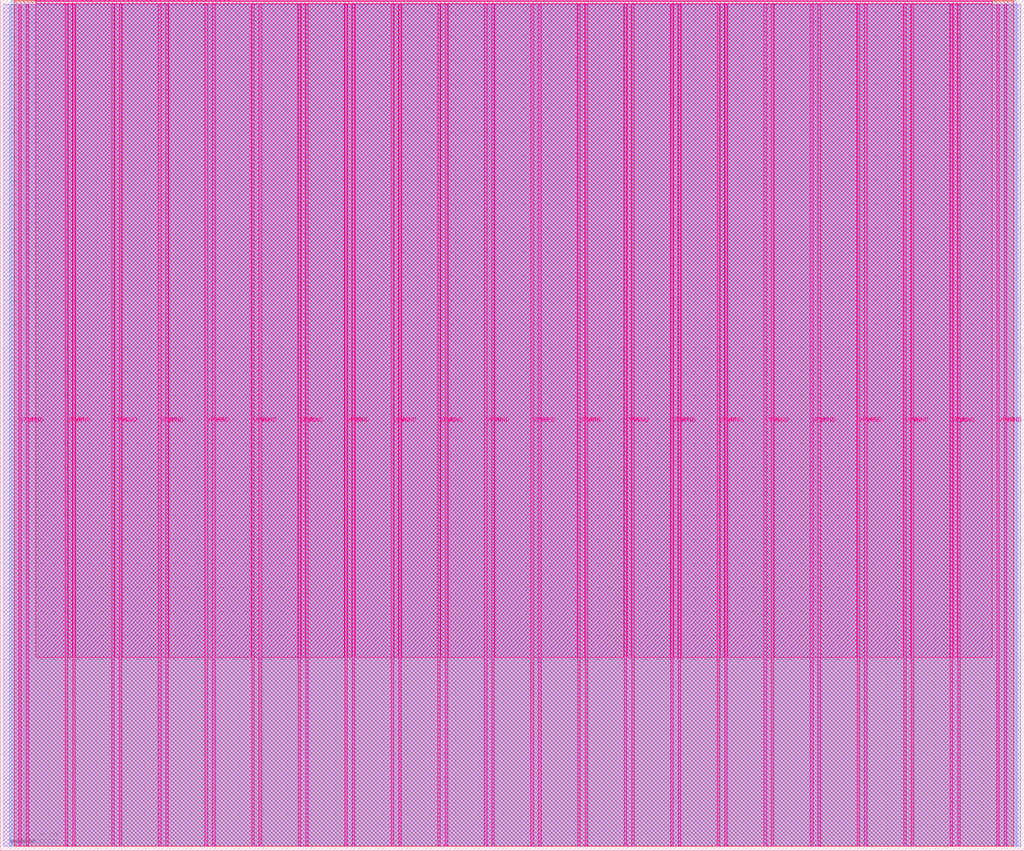
<source format=lef>
VERSION 5.7 ;
  NOWIREEXTENSIONATPIN ON ;
  DIVIDERCHAR "/" ;
  BUSBITCHARS "[]" ;
MACRO tt_um_rejunity_lgn_mnist
  CLASS BLOCK ;
  FOREIGN tt_um_rejunity_lgn_mnist ;
  ORIGIN 0.000 0.000 ;
  SIZE 854.400 BY 710.640 ;
  PIN VGND
    DIRECTION INOUT ;
    USE GROUND ;
    PORT
      LAYER Metal5 ;
        RECT 21.580 3.560 23.780 707.080 ;
    END
    PORT
      LAYER Metal5 ;
        RECT 60.450 3.560 62.650 707.080 ;
    END
    PORT
      LAYER Metal5 ;
        RECT 99.320 3.560 101.520 707.080 ;
    END
    PORT
      LAYER Metal5 ;
        RECT 138.190 3.560 140.390 707.080 ;
    END
    PORT
      LAYER Metal5 ;
        RECT 177.060 3.560 179.260 707.080 ;
    END
    PORT
      LAYER Metal5 ;
        RECT 215.930 3.560 218.130 707.080 ;
    END
    PORT
      LAYER Metal5 ;
        RECT 254.800 3.560 257.000 707.080 ;
    END
    PORT
      LAYER Metal5 ;
        RECT 293.670 3.560 295.870 707.080 ;
    END
    PORT
      LAYER Metal5 ;
        RECT 332.540 3.560 334.740 707.080 ;
    END
    PORT
      LAYER Metal5 ;
        RECT 371.410 3.560 373.610 707.080 ;
    END
    PORT
      LAYER Metal5 ;
        RECT 410.280 3.560 412.480 707.080 ;
    END
    PORT
      LAYER Metal5 ;
        RECT 449.150 3.560 451.350 707.080 ;
    END
    PORT
      LAYER Metal5 ;
        RECT 488.020 3.560 490.220 707.080 ;
    END
    PORT
      LAYER Metal5 ;
        RECT 526.890 3.560 529.090 707.080 ;
    END
    PORT
      LAYER Metal5 ;
        RECT 565.760 3.560 567.960 707.080 ;
    END
    PORT
      LAYER Metal5 ;
        RECT 604.630 3.560 606.830 707.080 ;
    END
    PORT
      LAYER Metal5 ;
        RECT 643.500 3.560 645.700 707.080 ;
    END
    PORT
      LAYER Metal5 ;
        RECT 682.370 3.560 684.570 707.080 ;
    END
    PORT
      LAYER Metal5 ;
        RECT 721.240 3.560 723.440 707.080 ;
    END
    PORT
      LAYER Metal5 ;
        RECT 760.110 3.560 762.310 707.080 ;
    END
    PORT
      LAYER Metal5 ;
        RECT 798.980 3.560 801.180 707.080 ;
    END
    PORT
      LAYER Metal5 ;
        RECT 837.850 3.560 840.050 707.080 ;
    END
  END VGND
  PIN VPWR
    DIRECTION INOUT ;
    USE POWER ;
    PORT
      LAYER Metal5 ;
        RECT 15.380 3.560 17.580 707.080 ;
    END
    PORT
      LAYER Metal5 ;
        RECT 54.250 3.560 56.450 707.080 ;
    END
    PORT
      LAYER Metal5 ;
        RECT 93.120 3.560 95.320 707.080 ;
    END
    PORT
      LAYER Metal5 ;
        RECT 131.990 3.560 134.190 707.080 ;
    END
    PORT
      LAYER Metal5 ;
        RECT 170.860 3.560 173.060 707.080 ;
    END
    PORT
      LAYER Metal5 ;
        RECT 209.730 3.560 211.930 707.080 ;
    END
    PORT
      LAYER Metal5 ;
        RECT 248.600 3.560 250.800 707.080 ;
    END
    PORT
      LAYER Metal5 ;
        RECT 287.470 3.560 289.670 707.080 ;
    END
    PORT
      LAYER Metal5 ;
        RECT 326.340 3.560 328.540 707.080 ;
    END
    PORT
      LAYER Metal5 ;
        RECT 365.210 3.560 367.410 707.080 ;
    END
    PORT
      LAYER Metal5 ;
        RECT 404.080 3.560 406.280 707.080 ;
    END
    PORT
      LAYER Metal5 ;
        RECT 442.950 3.560 445.150 707.080 ;
    END
    PORT
      LAYER Metal5 ;
        RECT 481.820 3.560 484.020 707.080 ;
    END
    PORT
      LAYER Metal5 ;
        RECT 520.690 3.560 522.890 707.080 ;
    END
    PORT
      LAYER Metal5 ;
        RECT 559.560 3.560 561.760 707.080 ;
    END
    PORT
      LAYER Metal5 ;
        RECT 598.430 3.560 600.630 707.080 ;
    END
    PORT
      LAYER Metal5 ;
        RECT 637.300 3.560 639.500 707.080 ;
    END
    PORT
      LAYER Metal5 ;
        RECT 676.170 3.560 678.370 707.080 ;
    END
    PORT
      LAYER Metal5 ;
        RECT 715.040 3.560 717.240 707.080 ;
    END
    PORT
      LAYER Metal5 ;
        RECT 753.910 3.560 756.110 707.080 ;
    END
    PORT
      LAYER Metal5 ;
        RECT 792.780 3.560 794.980 707.080 ;
    END
    PORT
      LAYER Metal5 ;
        RECT 831.650 3.560 833.850 707.080 ;
    END
  END VPWR
  PIN clk
    DIRECTION INPUT ;
    USE SIGNAL ;
    ANTENNAGATEAREA 3.863600 ;
    ANTENNADIFFAREA 12.092400 ;
    PORT
      LAYER Metal5 ;
        RECT 187.050 709.640 187.350 710.640 ;
    END
  END clk
  PIN ena
    DIRECTION INPUT ;
    USE SIGNAL ;
    PORT
      LAYER Metal5 ;
        RECT 190.890 709.640 191.190 710.640 ;
    END
  END ena
  PIN rst_n
    DIRECTION INPUT ;
    USE SIGNAL ;
    PORT
      LAYER Metal5 ;
        RECT 183.210 709.640 183.510 710.640 ;
    END
  END rst_n
  PIN ui_in[0]
    DIRECTION INPUT ;
    USE SIGNAL ;
    ANTENNAGATEAREA 0.180700 ;
    PORT
      LAYER Metal5 ;
        RECT 179.370 709.640 179.670 710.640 ;
    END
  END ui_in[0]
  PIN ui_in[1]
    DIRECTION INPUT ;
    USE SIGNAL ;
    ANTENNAGATEAREA 0.213200 ;
    PORT
      LAYER Metal5 ;
        RECT 175.530 709.640 175.830 710.640 ;
    END
  END ui_in[1]
  PIN ui_in[2]
    DIRECTION INPUT ;
    USE SIGNAL ;
    ANTENNAGATEAREA 0.213200 ;
    PORT
      LAYER Metal5 ;
        RECT 171.690 709.640 171.990 710.640 ;
    END
  END ui_in[2]
  PIN ui_in[3]
    DIRECTION INPUT ;
    USE SIGNAL ;
    ANTENNAGATEAREA 0.180700 ;
    PORT
      LAYER Metal5 ;
        RECT 167.850 709.640 168.150 710.640 ;
    END
  END ui_in[3]
  PIN ui_in[4]
    DIRECTION INPUT ;
    USE SIGNAL ;
    ANTENNAGATEAREA 0.213200 ;
    PORT
      LAYER Metal5 ;
        RECT 164.010 709.640 164.310 710.640 ;
    END
  END ui_in[4]
  PIN ui_in[5]
    DIRECTION INPUT ;
    USE SIGNAL ;
    ANTENNAGATEAREA 0.180700 ;
    PORT
      LAYER Metal5 ;
        RECT 160.170 709.640 160.470 710.640 ;
    END
  END ui_in[5]
  PIN ui_in[6]
    DIRECTION INPUT ;
    USE SIGNAL ;
    ANTENNAGATEAREA 0.180700 ;
    PORT
      LAYER Metal5 ;
        RECT 156.330 709.640 156.630 710.640 ;
    END
  END ui_in[6]
  PIN ui_in[7]
    DIRECTION INPUT ;
    USE SIGNAL ;
    ANTENNAGATEAREA 0.180700 ;
    PORT
      LAYER Metal5 ;
        RECT 152.490 709.640 152.790 710.640 ;
    END
  END ui_in[7]
  PIN uio_in[0]
    DIRECTION INPUT ;
    USE SIGNAL ;
    PORT
      LAYER Metal5 ;
        RECT 148.650 709.640 148.950 710.640 ;
    END
  END uio_in[0]
  PIN uio_in[1]
    DIRECTION INPUT ;
    USE SIGNAL ;
    PORT
      LAYER Metal5 ;
        RECT 144.810 709.640 145.110 710.640 ;
    END
  END uio_in[1]
  PIN uio_in[2]
    DIRECTION INPUT ;
    USE SIGNAL ;
    PORT
      LAYER Metal5 ;
        RECT 140.970 709.640 141.270 710.640 ;
    END
  END uio_in[2]
  PIN uio_in[3]
    DIRECTION INPUT ;
    USE SIGNAL ;
    PORT
      LAYER Metal5 ;
        RECT 137.130 709.640 137.430 710.640 ;
    END
  END uio_in[3]
  PIN uio_in[4]
    DIRECTION INPUT ;
    USE SIGNAL ;
    PORT
      LAYER Metal5 ;
        RECT 133.290 709.640 133.590 710.640 ;
    END
  END uio_in[4]
  PIN uio_in[5]
    DIRECTION INPUT ;
    USE SIGNAL ;
    PORT
      LAYER Metal5 ;
        RECT 129.450 709.640 129.750 710.640 ;
    END
  END uio_in[5]
  PIN uio_in[6]
    DIRECTION INPUT ;
    USE SIGNAL ;
    PORT
      LAYER Metal5 ;
        RECT 125.610 709.640 125.910 710.640 ;
    END
  END uio_in[6]
  PIN uio_in[7]
    DIRECTION INPUT ;
    USE SIGNAL ;
    ANTENNAGATEAREA 4.375800 ;
    ANTENNADIFFAREA 12.092400 ;
    PORT
      LAYER Metal5 ;
        RECT 121.770 709.640 122.070 710.640 ;
    END
  END uio_in[7]
  PIN uio_oe[0]
    DIRECTION OUTPUT ;
    USE SIGNAL ;
    ANTENNADIFFAREA 0.392700 ;
    PORT
      LAYER Metal5 ;
        RECT 56.490 709.640 56.790 710.640 ;
    END
  END uio_oe[0]
  PIN uio_oe[1]
    DIRECTION OUTPUT ;
    USE SIGNAL ;
    ANTENNADIFFAREA 0.392700 ;
    PORT
      LAYER Metal5 ;
        RECT 52.650 709.640 52.950 710.640 ;
    END
  END uio_oe[1]
  PIN uio_oe[2]
    DIRECTION OUTPUT ;
    USE SIGNAL ;
    ANTENNADIFFAREA 0.392700 ;
    PORT
      LAYER Metal5 ;
        RECT 48.810 709.640 49.110 710.640 ;
    END
  END uio_oe[2]
  PIN uio_oe[3]
    DIRECTION OUTPUT ;
    USE SIGNAL ;
    ANTENNADIFFAREA 0.392700 ;
    PORT
      LAYER Metal5 ;
        RECT 44.970 709.640 45.270 710.640 ;
    END
  END uio_oe[3]
  PIN uio_oe[4]
    DIRECTION OUTPUT ;
    USE SIGNAL ;
    ANTENNADIFFAREA 0.392700 ;
    PORT
      LAYER Metal5 ;
        RECT 41.130 709.640 41.430 710.640 ;
    END
  END uio_oe[4]
  PIN uio_oe[5]
    DIRECTION OUTPUT ;
    USE SIGNAL ;
    ANTENNADIFFAREA 0.392700 ;
    PORT
      LAYER Metal5 ;
        RECT 37.290 709.640 37.590 710.640 ;
    END
  END uio_oe[5]
  PIN uio_oe[6]
    DIRECTION OUTPUT ;
    USE SIGNAL ;
    ANTENNADIFFAREA 0.392700 ;
    PORT
      LAYER Metal5 ;
        RECT 33.450 709.640 33.750 710.640 ;
    END
  END uio_oe[6]
  PIN uio_oe[7]
    DIRECTION OUTPUT ;
    USE SIGNAL ;
    ANTENNADIFFAREA 0.299200 ;
    PORT
      LAYER Metal5 ;
        RECT 29.610 709.640 29.910 710.640 ;
    END
  END uio_oe[7]
  PIN uio_out[0]
    DIRECTION OUTPUT ;
    USE SIGNAL ;
    ANTENNADIFFAREA 0.677200 ;
    PORT
      LAYER Metal5 ;
        RECT 87.210 709.640 87.510 710.640 ;
    END
  END uio_out[0]
  PIN uio_out[1]
    DIRECTION OUTPUT ;
    USE SIGNAL ;
    ANTENNADIFFAREA 1.135600 ;
    PORT
      LAYER Metal5 ;
        RECT 83.370 709.640 83.670 710.640 ;
    END
  END uio_out[1]
  PIN uio_out[2]
    DIRECTION OUTPUT ;
    USE SIGNAL ;
    ANTENNADIFFAREA 1.135600 ;
    PORT
      LAYER Metal5 ;
        RECT 79.530 709.640 79.830 710.640 ;
    END
  END uio_out[2]
  PIN uio_out[3]
    DIRECTION OUTPUT ;
    USE SIGNAL ;
    ANTENNADIFFAREA 1.135600 ;
    PORT
      LAYER Metal5 ;
        RECT 75.690 709.640 75.990 710.640 ;
    END
  END uio_out[3]
  PIN uio_out[4]
    DIRECTION OUTPUT ;
    USE SIGNAL ;
    ANTENNADIFFAREA 1.135600 ;
    PORT
      LAYER Metal5 ;
        RECT 71.850 709.640 72.150 710.640 ;
    END
  END uio_out[4]
  PIN uio_out[5]
    DIRECTION OUTPUT ;
    USE SIGNAL ;
    ANTENNADIFFAREA 1.135600 ;
    PORT
      LAYER Metal5 ;
        RECT 68.010 709.640 68.310 710.640 ;
    END
  END uio_out[5]
  PIN uio_out[6]
    DIRECTION OUTPUT ;
    USE SIGNAL ;
    ANTENNADIFFAREA 0.768100 ;
    PORT
      LAYER Metal5 ;
        RECT 64.170 709.640 64.470 710.640 ;
    END
  END uio_out[6]
  PIN uio_out[7]
    DIRECTION OUTPUT ;
    USE SIGNAL ;
    ANTENNADIFFAREA 0.299200 ;
    PORT
      LAYER Metal5 ;
        RECT 60.330 709.640 60.630 710.640 ;
    END
  END uio_out[7]
  PIN uo_out[0]
    DIRECTION OUTPUT ;
    USE SIGNAL ;
    ANTENNADIFFAREA 0.677200 ;
    PORT
      LAYER Metal5 ;
        RECT 117.930 709.640 118.230 710.640 ;
    END
  END uo_out[0]
  PIN uo_out[1]
    DIRECTION OUTPUT ;
    USE SIGNAL ;
    ANTENNADIFFAREA 0.649200 ;
    PORT
      LAYER Metal5 ;
        RECT 114.090 709.640 114.390 710.640 ;
    END
  END uo_out[1]
  PIN uo_out[2]
    DIRECTION OUTPUT ;
    USE SIGNAL ;
    ANTENNADIFFAREA 0.677200 ;
    PORT
      LAYER Metal5 ;
        RECT 110.250 709.640 110.550 710.640 ;
    END
  END uo_out[2]
  PIN uo_out[3]
    DIRECTION OUTPUT ;
    USE SIGNAL ;
    ANTENNADIFFAREA 0.677200 ;
    PORT
      LAYER Metal5 ;
        RECT 106.410 709.640 106.710 710.640 ;
    END
  END uo_out[3]
  PIN uo_out[4]
    DIRECTION OUTPUT ;
    USE SIGNAL ;
    ANTENNADIFFAREA 0.662000 ;
    PORT
      LAYER Metal5 ;
        RECT 102.570 709.640 102.870 710.640 ;
    END
  END uo_out[4]
  PIN uo_out[5]
    DIRECTION OUTPUT ;
    USE SIGNAL ;
    ANTENNADIFFAREA 1.135700 ;
    PORT
      LAYER Metal5 ;
        RECT 98.730 709.640 99.030 710.640 ;
    END
  END uo_out[5]
  PIN uo_out[6]
    DIRECTION OUTPUT ;
    USE SIGNAL ;
    ANTENNADIFFAREA 1.135700 ;
    PORT
      LAYER Metal5 ;
        RECT 94.890 709.640 95.190 710.640 ;
    END
  END uo_out[6]
  PIN uo_out[7]
    DIRECTION OUTPUT ;
    USE SIGNAL ;
    ANTENNADIFFAREA 0.654800 ;
    PORT
      LAYER Metal5 ;
        RECT 91.050 709.640 91.350 710.640 ;
    END
  END uo_out[7]
  OBS
      LAYER GatPoly ;
        RECT 2.880 3.630 851.520 707.010 ;
      LAYER Metal1 ;
        RECT 2.880 3.560 851.520 707.080 ;
      LAYER Metal2 ;
        RECT 8.015 3.680 848.740 706.960 ;
      LAYER Metal3 ;
        RECT 9.020 3.635 847.780 709.945 ;
      LAYER Metal4 ;
        RECT 11.855 3.680 845.905 709.900 ;
      LAYER Metal5 ;
        RECT 30.120 709.430 33.240 709.640 ;
        RECT 33.960 709.430 37.080 709.640 ;
        RECT 37.800 709.430 40.920 709.640 ;
        RECT 41.640 709.430 44.760 709.640 ;
        RECT 45.480 709.430 48.600 709.640 ;
        RECT 49.320 709.430 52.440 709.640 ;
        RECT 53.160 709.430 56.280 709.640 ;
        RECT 57.000 709.430 60.120 709.640 ;
        RECT 60.840 709.430 63.960 709.640 ;
        RECT 64.680 709.430 67.800 709.640 ;
        RECT 68.520 709.430 71.640 709.640 ;
        RECT 72.360 709.430 75.480 709.640 ;
        RECT 76.200 709.430 79.320 709.640 ;
        RECT 80.040 709.430 83.160 709.640 ;
        RECT 83.880 709.430 87.000 709.640 ;
        RECT 87.720 709.430 90.840 709.640 ;
        RECT 91.560 709.430 94.680 709.640 ;
        RECT 95.400 709.430 98.520 709.640 ;
        RECT 99.240 709.430 102.360 709.640 ;
        RECT 103.080 709.430 106.200 709.640 ;
        RECT 106.920 709.430 110.040 709.640 ;
        RECT 110.760 709.430 113.880 709.640 ;
        RECT 114.600 709.430 117.720 709.640 ;
        RECT 118.440 709.430 121.560 709.640 ;
        RECT 122.280 709.430 125.400 709.640 ;
        RECT 126.120 709.430 129.240 709.640 ;
        RECT 129.960 709.430 133.080 709.640 ;
        RECT 133.800 709.430 136.920 709.640 ;
        RECT 137.640 709.430 140.760 709.640 ;
        RECT 141.480 709.430 144.600 709.640 ;
        RECT 145.320 709.430 148.440 709.640 ;
        RECT 149.160 709.430 152.280 709.640 ;
        RECT 153.000 709.430 156.120 709.640 ;
        RECT 156.840 709.430 159.960 709.640 ;
        RECT 160.680 709.430 163.800 709.640 ;
        RECT 164.520 709.430 167.640 709.640 ;
        RECT 168.360 709.430 171.480 709.640 ;
        RECT 172.200 709.430 175.320 709.640 ;
        RECT 176.040 709.430 179.160 709.640 ;
        RECT 179.880 709.430 183.000 709.640 ;
        RECT 183.720 709.430 186.840 709.640 ;
        RECT 187.560 709.430 190.680 709.640 ;
        RECT 191.400 709.430 828.100 709.640 ;
        RECT 29.660 707.290 828.100 709.430 ;
        RECT 29.660 161.555 54.040 707.290 ;
        RECT 56.660 161.555 60.240 707.290 ;
        RECT 62.860 161.555 92.910 707.290 ;
        RECT 95.530 161.555 99.110 707.290 ;
        RECT 101.730 161.555 131.780 707.290 ;
        RECT 134.400 161.555 137.980 707.290 ;
        RECT 140.600 161.555 170.650 707.290 ;
        RECT 173.270 161.555 176.850 707.290 ;
        RECT 179.470 161.555 209.520 707.290 ;
        RECT 212.140 161.555 215.720 707.290 ;
        RECT 218.340 161.555 248.390 707.290 ;
        RECT 251.010 161.555 254.590 707.290 ;
        RECT 257.210 161.555 287.260 707.290 ;
        RECT 289.880 161.555 293.460 707.290 ;
        RECT 296.080 161.555 326.130 707.290 ;
        RECT 328.750 161.555 332.330 707.290 ;
        RECT 334.950 161.555 365.000 707.290 ;
        RECT 367.620 161.555 371.200 707.290 ;
        RECT 373.820 161.555 403.870 707.290 ;
        RECT 406.490 161.555 410.070 707.290 ;
        RECT 412.690 161.555 442.740 707.290 ;
        RECT 445.360 161.555 448.940 707.290 ;
        RECT 451.560 161.555 481.610 707.290 ;
        RECT 484.230 161.555 487.810 707.290 ;
        RECT 490.430 161.555 520.480 707.290 ;
        RECT 523.100 161.555 526.680 707.290 ;
        RECT 529.300 161.555 559.350 707.290 ;
        RECT 561.970 161.555 565.550 707.290 ;
        RECT 568.170 161.555 598.220 707.290 ;
        RECT 600.840 161.555 604.420 707.290 ;
        RECT 607.040 161.555 637.090 707.290 ;
        RECT 639.710 161.555 643.290 707.290 ;
        RECT 645.910 161.555 675.960 707.290 ;
        RECT 678.580 161.555 682.160 707.290 ;
        RECT 684.780 161.555 714.830 707.290 ;
        RECT 717.450 161.555 721.030 707.290 ;
        RECT 723.650 161.555 753.700 707.290 ;
        RECT 756.320 161.555 759.900 707.290 ;
        RECT 762.520 161.555 792.570 707.290 ;
        RECT 795.190 161.555 798.770 707.290 ;
        RECT 801.390 161.555 828.100 707.290 ;
  END
END tt_um_rejunity_lgn_mnist
END LIBRARY


</source>
